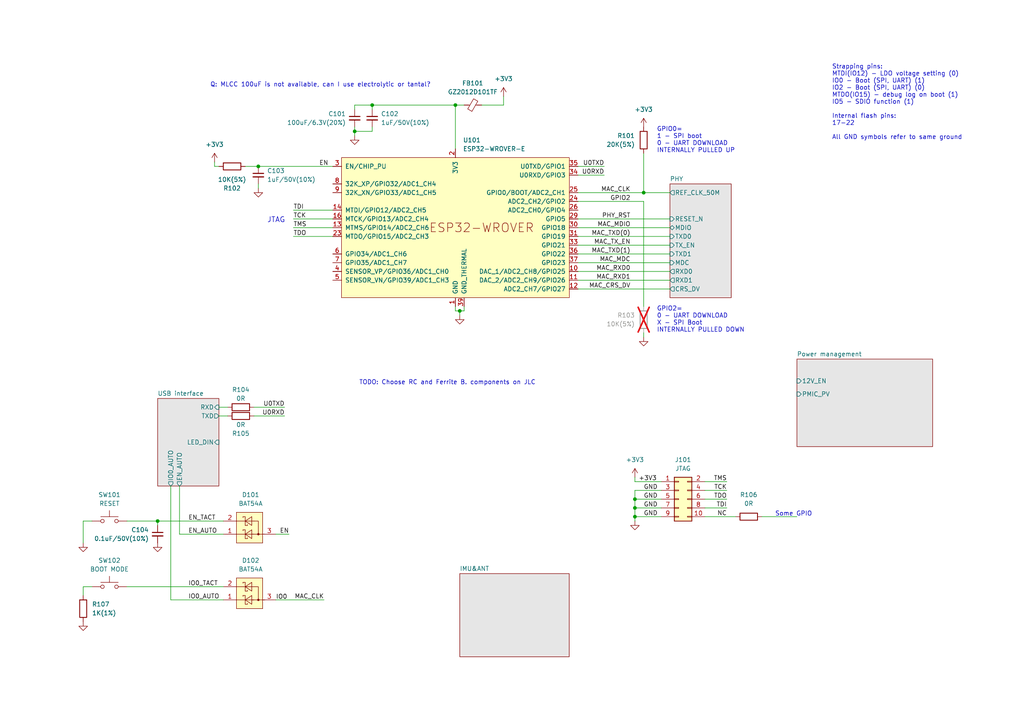
<source format=kicad_sch>
(kicad_sch (version 20230121) (generator eeschema)
  (paper "A4")
  (title_block (title "Development module for Radar Safety Sensor") (date "2023-11-18") (rev "WIP") (company "Alps Electric Czech, s.r.o.") (comment 1 "Designed by Martin Tavoda"))
  (lib_symbols
    (symbol "Connector_Generic:Conn_02x05_Odd_Even" (pin_names (offset 1.016) hide)
      (property "Reference" "J" (at 1.27 7.62 0))
      (property "Value" "Conn_02x05_Odd_Even" (at 1.27 -7.62 0))
      (symbol "Conn_02x05_Odd_Even_1_1"
        (rectangle (start -1.27 -4.953) (end 0 -5.207) (stroke (width 0.1524)))
        (rectangle (start -1.27 -2.413) (end 0 -2.667) (stroke (width 0.1524)))
        (rectangle (start -1.27 0.127) (end 0 -0.127) (stroke (width 0.1524)))
        (rectangle (start -1.27 2.667) (end 0 2.413) (stroke (width 0.1524)))
        (rectangle (start -1.27 5.207) (end 0 4.953) (stroke (width 0.1524)))
        (rectangle (start -1.27 6.35) (end 3.81 -6.35) (stroke (width 0.254)) (fill (type background)))
        (rectangle (start 3.81 -4.953) (end 2.54 -5.207) (stroke (width 0.1524)))
        (rectangle (start 3.81 -2.413) (end 2.54 -2.667) (stroke (width 0.1524)))
        (rectangle (start 3.81 0.127) (end 2.54 -0.127) (stroke (width 0.1524)))
        (rectangle (start 3.81 2.667) (end 2.54 2.413) (stroke (width 0.1524)))
        (rectangle (start 3.81 5.207) (end 2.54 4.953) (stroke (width 0.1524)))
        (pin passive line (at -5.08 5.08 0) (length 3.81) (name "Pin_1") (number "1"))
        (pin passive line (at 7.62 -5.08 180) (length 3.81) (name "Pin_10") (number "10"))
        (pin passive line (at 7.62 5.08 180) (length 3.81) (name "Pin_2") (number "2"))
        (pin passive line (at -5.08 2.54 0) (length 3.81) (name "Pin_3") (number "3"))
        (pin passive line (at 7.62 2.54 180) (length 3.81) (name "Pin_4") (number "4"))
        (pin passive line (at -5.08 0 0) (length 3.81) (name "Pin_5") (number "5"))
        (pin passive line (at 7.62 0 180) (length 3.81) (name "Pin_6") (number "6"))
        (pin passive line (at -5.08 -2.54 0) (length 3.81) (name "Pin_7") (number "7"))
        (pin passive line (at 7.62 -2.54 180) (length 3.81) (name "Pin_8") (number "8"))
        (pin passive line (at -5.08 -5.08 0) (length 3.81) (name "Pin_9") (number "9"))
      )
    )
    (symbol "Device:C_Small" (pin_numbers hide) (pin_names (offset 0.254) hide)
      (property "Reference" "C" (at 0.254 1.778 0))
      (property "Value" "C_Small" (at 0.254 -2.032 0))
      (symbol "C_Small_0_1"
        (polyline (pts (xy -1.524 -0.508) (xy 1.524 -0.508)) (stroke (width 0.3302)))
        (polyline (pts (xy -1.524 0.508) (xy 1.524 0.508)) (stroke (width 0.3048)))
      )
      (symbol "C_Small_1_1"
        (pin passive line (at 0 2.54 270) (length 2.032) (name "~") (number "1"))
        (pin passive line (at 0 -2.54 90) (length 2.032) (name "~") (number "2"))
      )
    )
    (symbol "Device:FerriteBead_Small" (pin_numbers hide) (pin_names (offset 0))
      (property "Reference" "FB" (at 1.905 1.27 0))
      (property "Value" "FerriteBead_Small" (at 1.905 -1.27 0))
      (symbol "FerriteBead_Small_0_1"
        (polyline (pts (xy 0 -1.27) (xy 0 -0.7874)))
        (polyline (pts (xy 0 0.889) (xy 0 1.2954)))
        (polyline (pts (xy -1.8288 0.2794) (xy -1.1176 1.4986) (xy 1.8288 -0.2032) (xy 1.1176 -1.4224) (xy -1.8288 0.2794)))
      )
      (symbol "FerriteBead_Small_1_1"
        (pin passive line (at 0 2.54 270) (length 1.27) (name "~") (number "1"))
        (pin passive line (at 0 -2.54 90) (length 1.27) (name "~") (number "2"))
      )
    )
    (symbol "Device:R" (pin_numbers hide) (pin_names (offset 0))
      (property "Reference" "R" (at 2.032 0 90))
      (property "Value" "R" (at 0 0 90))
      (symbol "R_0_1"
        (rectangle (start -1.016 -2.54) (end 1.016 2.54) (stroke (width 0.254)))
      )
      (symbol "R_1_1"
        (pin passive line (at 0 3.81 270) (length 1.27) (name "~") (number "1"))
        (pin passive line (at 0 -3.81 90) (length 1.27) (name "~") (number "2"))
      )
    )
    (symbol "Diode:BAT54A_edited" (pin_names (offset 1.016))
      (property "Reference" "D101" (at 0 7.62 0))
      (property "Value" "BAT54A_edited" (at 0 5.08 0))
      (symbol "BAT54A_edited_0_1"
        (polyline (pts (xy -3.81 -2.54) (xy -1.27 -2.54)))
        (polyline (pts (xy -3.81 1.27) (xy -1.27 1.27)))
        (polyline (pts (xy -1.905 -1.27) (xy -1.905 -1.524)))
        (polyline (pts (xy -1.905 2.54) (xy -1.905 2.286)))
        (polyline (pts (xy -1.27 -3.81) (xy -1.27 -1.27)))
        (polyline (pts (xy -1.27 -3.81) (xy -0.635 -3.81)))
        (polyline (pts (xy -1.27 -2.54) (xy 1.27 -2.54)))
        (polyline (pts (xy -1.27 -1.27) (xy -1.905 -1.27)))
        (polyline (pts (xy -1.27 0) (xy -1.27 2.54)))
        (polyline (pts (xy -1.27 0) (xy -0.635 0)))
        (polyline (pts (xy -1.27 2.54) (xy -1.905 2.54)))
        (polyline (pts (xy -0.635 -3.81) (xy -0.635 -3.556)))
        (polyline (pts (xy -0.635 0) (xy -0.635 0.254)))
        (polyline (pts (xy 0.635 -2.54) (xy 4.445 -2.54)))
        (polyline (pts (xy 1.27 1.27) (xy -1.27 1.27)))
        (polyline (pts (xy 0.635 -1.27) (xy 0.635 -3.81) (xy -1.27 -2.54) (xy 0.635 -1.27)))
        (polyline (pts (xy 0.635 2.54) (xy 0.635 0) (xy -1.27 1.27) (xy 0.635 2.54)))
        (circle (center 2.54 -2.54) (radius 0.254) (fill (type outline)))
      )
      (symbol "BAT54A_edited_1_1"
        (rectangle (start -3.81 3.81) (end 3.81 -5.08) (fill (type background)))
        (polyline (pts (xy 1.27 1.27) (xy 2.54 1.27) (xy 2.54 -2.54)))
        (pin passive line (at -7.62 -2.54 0) (length 3.81) (name "~") (number "1"))
        (pin passive line (at -7.62 1.27 0) (length 3.81) (name "~") (number "2"))
        (pin passive line (at 7.62 -2.54 180) (length 3.81) (name "~") (number "3"))
      )
    )
    (symbol "EspressIf:ESP32-WROVER-E" (pin_names (offset 1.016))
      (property "Reference" "U" (at -30.48 25.4 0))
      (property "Value" "ESP32-WROVER-E" (at -30.48 22.86 0))
      (symbol "ESP32-WROVER-E_0_1"
        (rectangle (start -33.02 20.32) (end 33.02 -20.32) (fill (type background)))
      )
      (symbol "ESP32-WROVER-E_1_1"
        (text "ESP32-­WROVER" (at 7.62 0 0) (effects (font (size 2.54 2.54))))
        (pin power_in line (at 0 -22.86 90) (length 2.54) (name "GND") (number "1"))
        (pin bidirectional line (at 35.56 -12.7 180) (length 2.54) (name "DAC_1/ADC2_CH8/GPIO25") (number "10"))
        (pin bidirectional line (at 35.56 -15.24 180) (length 2.54) (name "DAC_2/ADC2_CH9/GPIO26") (number "11"))
        (pin bidirectional line (at 35.56 -17.78 180) (length 2.54) (name "ADC2_CH7/GPIO27") (number "12"))
        (pin bidirectional line (at -35.56 0 0) (length 2.54) (name "MTMS/GPIO14/ADC2_CH6") (number "13"))
        (pin bidirectional line (at -35.56 5.08 0) (length 2.54) (name "MTDI/GPIO12/ADC2_CH5") (number "14"))
        (pin passive line (at 0 -22.86 90) (length 2.54) hide (name "GND") (number "15"))
        (pin bidirectional line (at -35.56 2.54 0) (length 2.54) (name "MTCK/GPIO13/ADC2_CH4") (number "16"))
        (pin power_in line (at 0 22.86 270) (length 2.54) (name "3V3") (number "2"))
        (pin bidirectional line (at -35.56 -2.54 0) (length 2.54) (name "MTDO/GPIO15/ADC2_CH3") (number "23"))
        (pin bidirectional line (at 35.56 7.62 180) (length 2.54) (name "ADC2_CH2/GPIO2") (number "24"))
        (pin bidirectional line (at 35.56 10.16 180) (length 2.54) (name "GPIO0/BOOT/ADC2_CH1") (number "25"))
        (pin bidirectional line (at 35.56 5.08 180) (length 2.54) (name "ADC2_CH0/GPIO4") (number "26"))
        (pin bidirectional line (at 35.56 2.54 180) (length 2.54) (name "GPIO5") (number "29"))
        (pin input line (at -35.56 17.78 0) (length 2.54) (name "EN/CHIP_PU") (number "3"))
        (pin bidirectional line (at 35.56 0 180) (length 2.54) (name "GPIO18") (number "30"))
        (pin bidirectional line (at 35.56 -2.54 180) (length 2.54) (name "GPIO19") (number "31"))
        (pin bidirectional line (at 35.56 -5.08 180) (length 2.54) (name "GPIO21") (number "33"))
        (pin bidirectional line (at 35.56 15.24 180) (length 2.54) (name "U0RXD/GPIO3") (number "34"))
        (pin bidirectional line (at 35.56 17.78 180) (length 2.54) (name "U0TXD/GPIO1") (number "35"))
        (pin bidirectional line (at 35.56 -7.62 180) (length 2.54) (name "GPIO22") (number "36"))
        (pin bidirectional line (at 35.56 -10.16 180) (length 2.54) (name "GPIO23") (number "37"))
        (pin passive line (at 0 -22.86 90) (length 2.54) hide (name "GND") (number "38"))
        (pin power_in line (at 2.54 -22.86 90) (length 2.54) (name "GND_THERMAL") (number "39"))
        (pin input line (at -35.56 -12.7 0) (length 2.54) (name "SENSOR_VP/GPIO36/ADC1_CH0") (number "4"))
        (pin input line (at -35.56 -15.24 0) (length 2.54) (name "SENSOR_VN/GPIO39/ADC1_CH3") (number "5"))
        (pin input line (at -35.56 -7.62 0) (length 2.54) (name "GPIO34/ADC1_CH6") (number "6"))
        (pin input line (at -35.56 -10.16 0) (length 2.54) (name "GPIO35/ADC1_CH7") (number "7"))
        (pin bidirectional line (at -35.56 12.7 0) (length 2.54) (name "32K_XP/GPIO32/ADC1_CH4") (number "8"))
        (pin bidirectional line (at -35.56 10.16 0) (length 2.54) (name "32K_XN/GPIO33/ADC1_CH5") (number "9"))
      )
    )
    (symbol "Switch:SW_Push" (pin_numbers hide) (pin_names (offset 1.016) hide)
      (property "Reference" "SW" (at 1.27 2.54 0))
      (property "Value" "SW_Push" (at 0 -1.524 0))
      (symbol "SW_Push_0_1"
        (circle (center -2.032 0) (radius 0.508))
        (polyline (pts (xy 0 1.27) (xy 0 3.048)))
        (polyline (pts (xy 2.54 1.27) (xy -2.54 1.27)))
        (circle (center 2.032 0) (radius 0.508))
        (pin passive line (at -5.08 0 0) (length 2.54) (name "1") (number "1"))
        (pin passive line (at 5.08 0 180) (length 2.54) (name "2") (number "2"))
      )
    )
    (symbol "power:+3V3" (power) (pin_names (offset 0))
      (property "Value" "+3V3" (at 0 3.556 0))
      (symbol "+3V3_0_1"
        (polyline (pts (xy -0.762 1.27) (xy 0 2.54)))
        (polyline (pts (xy 0 0) (xy 0 2.54)))
        (polyline (pts (xy 0 2.54) (xy 0.762 1.27)))
      )
      (symbol "+3V3_1_1"
        (pin power_in line (at 0 0 90) (length 0) hide (name "+3V3") (number "1"))
      )
    )
    (symbol "power:GND" (power) (pin_names (offset 0))
      (property "Value" "GND" (at 0 -3.81 0))
      (symbol "GND_0_1"
        (polyline (pts (xy 0 0) (xy 0 -1.27) (xy 1.27 -1.27) (xy 0 -2.54) (xy -1.27 -1.27) (xy 0 -1.27)))
      )
      (symbol "GND_1_1"
        (pin power_in line (at 0 0 270) (length 0) hide (name "GND") (number "1"))
      )
    )
  )
  (junction (at 107.95 30.48))
  (junction (at 184.15 149.86))
  (junction (at 184.15 147.32))
  (junction (at 74.93 48.26))
  (junction (at 186.69 55.88))
  (junction (at 102.87 38.1))
  (junction (at 132.08 30.48))
  (junction (at 133.35 90.17))
  (junction (at 45.72 151.13))
  (junction (at 184.15 144.78))
  (wire (pts (xy 184.15 149.86) (xy 191.77 149.86)))
  (wire (pts (xy 204.47 144.78) (xy 210.82 144.78)))
  (wire (pts (xy 167.64 55.88) (xy 186.69 55.88)))
  (wire (pts (xy 63.5 48.26) (xy 62.23 48.26)))
  (wire (pts (xy 107.95 36.83) (xy 107.95 38.1)))
  (wire (pts (xy 85.09 60.96) (xy 96.52 60.96)))
  (wire (pts (xy 184.15 142.24) (xy 184.15 144.78)))
  (wire (pts (xy 85.09 66.04) (xy 96.52 66.04)))
  (wire (pts (xy 186.69 55.88) (xy 194.31 55.88)))
  (wire (pts (xy 133.35 90.17) (xy 133.35 91.44)))
  (wire (pts (xy 167.64 83.82) (xy 194.31 83.82)))
  (wire (pts (xy 36.83 170.18) (xy 64.77 170.18)))
  (wire (pts (xy 146.05 27.94) (xy 146.05 30.48)))
  (wire (pts (xy 167.64 68.58) (xy 194.31 68.58)))
  (wire (pts (xy 167.64 50.8) (xy 175.26 50.8)))
  (wire (pts (xy 167.64 58.42) (xy 186.69 58.42)))
  (wire (pts (xy 102.87 30.48) (xy 107.95 30.48)))
  (wire (pts (xy 186.69 97.79) (xy 186.69 96.52)))
  (wire (pts (xy 63.5 118.11) (xy 66.04 118.11)))
  (wire (pts (xy 93.98 173.99) (xy 80.01 173.99)))
  (wire (pts (xy 73.66 120.65) (xy 82.55 120.65)))
  (wire (pts (xy 107.95 30.48) (xy 107.95 31.75)))
  (wire (pts (xy 167.64 63.5) (xy 194.31 63.5)))
  (wire (pts (xy 186.69 58.42) (xy 186.69 88.9)))
  (wire (pts (xy 49.53 173.99) (xy 64.77 173.99)))
  (wire (pts (xy 167.64 66.04) (xy 194.31 66.04)))
  (wire (pts (xy 85.09 68.58) (xy 96.52 68.58)))
  (wire (pts (xy 63.5 120.65) (xy 66.04 120.65)))
  (wire (pts (xy 52.07 154.94) (xy 64.77 154.94)))
  (wire (pts (xy 184.15 139.7) (xy 191.77 139.7)))
  (wire (pts (xy 220.98 149.86) (xy 231.14 149.86)))
  (wire (pts (xy 184.15 144.78) (xy 184.15 147.32)))
  (wire (pts (xy 184.15 142.24) (xy 191.77 142.24)))
  (wire (pts (xy 26.67 170.18) (xy 24.13 170.18)))
  (wire (pts (xy 134.62 90.17) (xy 133.35 90.17)))
  (wire (pts (xy 24.13 170.18) (xy 24.13 172.72)))
  (wire (pts (xy 204.47 147.32) (xy 210.82 147.32)))
  (wire (pts (xy 184.15 144.78) (xy 191.77 144.78)))
  (wire (pts (xy 52.07 140.97) (xy 52.07 154.94)))
  (wire (pts (xy 62.23 46.99) (xy 62.23 48.26)))
  (wire (pts (xy 49.53 140.97) (xy 49.53 173.99)))
  (wire (pts (xy 26.67 151.13) (xy 24.13 151.13)))
  (wire (pts (xy 167.64 48.26) (xy 175.26 48.26)))
  (wire (pts (xy 132.08 30.48) (xy 132.08 43.18)))
  (wire (pts (xy 107.95 38.1) (xy 102.87 38.1)))
  (wire (pts (xy 102.87 36.83) (xy 102.87 38.1)))
  (wire (pts (xy 71.12 48.26) (xy 74.93 48.26)))
  (wire (pts (xy 24.13 151.13) (xy 24.13 157.48)))
  (wire (pts (xy 167.64 81.28) (xy 194.31 81.28)))
  (wire (pts (xy 45.72 151.13) (xy 45.72 152.4)))
  (wire (pts (xy 74.93 48.26) (xy 96.52 48.26)))
  (wire (pts (xy 73.66 118.11) (xy 82.55 118.11)))
  (wire (pts (xy 85.09 63.5) (xy 96.52 63.5)))
  (wire (pts (xy 102.87 31.75) (xy 102.87 30.48)))
  (wire (pts (xy 184.15 151.13) (xy 184.15 149.86)))
  (wire (pts (xy 146.05 30.48) (xy 139.7 30.48)))
  (wire (pts (xy 74.93 53.34) (xy 74.93 54.61)))
  (wire (pts (xy 45.72 151.13) (xy 64.77 151.13)))
  (wire (pts (xy 132.08 90.17) (xy 133.35 90.17)))
  (wire (pts (xy 186.69 44.45) (xy 186.69 55.88)))
  (wire (pts (xy 167.64 73.66) (xy 194.31 73.66)))
  (wire (pts (xy 134.62 30.48) (xy 132.08 30.48)))
  (wire (pts (xy 204.47 149.86) (xy 213.36 149.86)))
  (wire (pts (xy 102.87 38.1) (xy 102.87 39.37)))
  (wire (pts (xy 167.64 71.12) (xy 194.31 71.12)))
  (wire (pts (xy 204.47 139.7) (xy 210.82 139.7)))
  (wire (pts (xy 107.95 30.48) (xy 132.08 30.48)))
  (wire (pts (xy 167.64 78.74) (xy 194.31 78.74)))
  (wire (pts (xy 80.01 154.94) (xy 83.82 154.94)))
  (wire (pts (xy 132.08 88.9) (xy 132.08 90.17)))
  (wire (pts (xy 184.15 147.32) (xy 191.77 147.32)))
  (wire (pts (xy 184.15 147.32) (xy 184.15 149.86)))
  (wire (pts (xy 167.64 76.2) (xy 194.31 76.2)))
  (wire (pts (xy 184.15 138.43) (xy 184.15 139.7)))
  (wire (pts (xy 204.47 142.24) (xy 210.82 142.24)))
  (wire (pts (xy 134.62 88.9) (xy 134.62 90.17)))
  (wire (pts (xy 36.83 151.13) (xy 45.72 151.13)))
  (text "TODO: Choose RC and Ferrite B. components on JLC" (at 104.14 111.76 0) (effects (font (size 1.27 1.27)) (justify left bottom)))
  (text "IO0" (at 80.01 173.99 0) (effects (font (size 1.27 1.27)) (justify left bottom)))
  (text "Some GPIO" (at 224.79 149.86 0) (effects (font (size 1.27 1.27)) (justify left bottom)))
  (text "JTAG" (at 77.47 64.77 0) (effects (font (size 1.5 1.5)) (justify left bottom)))
  (text "GPIO2=\n0 - UART DOWNLOAD\nX - SPI Boot\nINTERNALLY PULLED DOWN\n" (at 190.5 96.52 0) (effects (font (size 1.27 1.27)) (justify left bottom)))
  (text "GPIO0=\n1 - SPI boot\n0 - UART DOWNLOAD\nINTERNALLY PULLED UP" (at 190.5 44.45 0) (effects (font (size 1.27 1.27)) (justify left bottom)))
  (text "Strapping pins:\nMTDI(IO12) - LDO voltage setting (0)\nIO0 - Boot (SPI, UART) (1)\nIO2 - Boot (SPI, UART) (0)\nMTDO(IO15) - debug log on boot (1)\nIO5 - SDIO function (1)\n\nInternal flash pins:\n17-22\n\nAll GND symbols refer to same ground\n" (at 241.3 40.64 0) (effects (font (size 1.27 1.27)) (justify left bottom)))
  (text "Q: MLCC 100uF is not available, can I use electrolytic or tantal?" (at 60.96 25.4 0) (effects (font (size 1.27 1.27)) (justify left bottom)))
  (label "MAC_TXD(0)" (at 182.88 68.58 180))
  (label "GND" (at 186.69 149.86 0))
  (label "IO0_TACT" (at 54.61 170.18 0))
  (label "MAC_CRS_DV" (at 182.88 83.82 180))
  (label "GPIO2" (at 182.88 58.42 180))
  (label "EN" (at 83.82 154.94 180))
  (label "GND" (at 186.69 144.78 0))
  (label "MAC_TXD(1)" (at 182.88 73.66 180))
  (label "TCK" (at 85.09 63.5 0))
  (label "TDI" (at 210.82 147.32 180))
  (label "MAC_CLK" (at 182.88 55.88 180))
  (label "TDI" (at 85.09 60.96 0))
  (label "MAC_MDC" (at 182.88 76.2 180))
  (label "EN_AUTO" (at 54.61 154.94 0))
  (label "MAC_TX_EN" (at 182.88 71.12 180))
  (label "GND" (at 186.69 147.32 0))
  (label "MAC_RXD0" (at 182.88 78.74 180))
  (label "U0RXD" (at 82.55 120.65 180))
  (label "U0TXD" (at 82.55 118.11 180))
  (label "NC" (at 210.82 149.86 180))
  (label "IO0_AUTO" (at 54.61 173.99 0))
  (label "MAC_CLK" (at 93.98 173.99 180))
  (label "+3V3" (at 190.5 139.7 180))
  (label "TMS" (at 85.09 66.04 0))
  (label "EN" (at 95.25 48.26 180))
  (label "PHY_RST" (at 182.88 63.5 180))
  (label "MAC_MDIO" (at 182.88 66.04 180))
  (label "U0TXD" (at 175.26 48.26 180))
  (label "TDO" (at 210.82 144.78 180))
  (label "U0RXD" (at 175.26 50.8 180))
  (label "MAC_RXD1" (at 182.88 81.28 180))
  (label "EN_TACT" (at 54.61 151.13 0))
  (label "TDO" (at 85.09 68.58 0))
  (label "TMS" (at 210.82 139.7 180))
  (label "TCK" (at 210.82 142.24 180))
  (label "GND" (at 186.69 142.24 0))
  (symbol (lib_id "Device:R") (at 186.69 92.71 0) (mirror y) (unit 1) (dnp yes)
    (property "Reference" "R103" (at 184.15 91.44 0) (effects (justify left)))
    (property "Value" "10K(5%)" (at 184.15 93.98 0) (effects (justify left)))
  )
  (symbol (lib_id "Switch:SW_Push") (at 31.75 170.18 0) (unit 1)
    (property "Reference" "SW102" (at 31.75 162.56 0))
    (property "Value" "BOOT MODE" (at 31.75 165.1 0))
    (property "Footprint" "Button_Switch_SMD:SW_SPST_TS-1088R" (effects hide))
    (property "LCSC" "C455280" (effects hide))
  )
  (symbol (lib_id "Device:R") (at 24.13 176.53 0) (unit 1)
    (property "Reference" "R107" (at 26.67 175.26 0) (effects (justify left)))
    (property "Value" "1K(1%)" (at 26.67 177.8 0) (effects (justify left)))
  )
  (symbol (lib_id "Connector_Generic:Conn_02x05_Odd_Even") (at 196.85 144.78 0) (unit 1)
    (property "Reference" "J101" (at 198.12 133.35 0))
    (property "Value" "JTAG" (at 198.12 135.89 0))
  )
  (symbol (lib_id "Device:C_Small") (at 107.95 34.29 0) (unit 1)
    (property "Reference" "C102" (at 110.49 33.0263 0) (effects (justify left)))
    (property "Value" "1uF/50V(10%)" (at 110.49 35.5663 0) (effects (justify left)))
    (property "Footprint" "Capacitor_SMD:C_0603_1608Metric" (effects hide))
    (property "LCSC" "C15849" (effects hide))
  )
  (symbol (lib_id "power:GND") (at 24.13 180.34 0) (unit 1)
    (property "Reference" "#PWR0112" (effects hide))
    (property "Value" "GND" (effects hide))
  )
  (symbol (lib_id "Diode:BAT54A_edited") (at 72.39 171.45 0) (unit 1)
    (property "Reference" "D102" (at 72.7075 162.56 0))
    (property "Value" "BAT54A" (at 72.7075 165.1 0))
    (property "Footprint" "Package_TO_SOT_SMD:SOT-23" (effects hide))
    (property "Datasheet" "https://datasheet.lcsc.com/lcsc/2304140030_STMicroelectronics-BAT54AFILM_C283256.pdf" (effects hide))
    (property "LCSC" "C283256" (effects hide))
  )
  (symbol (lib_id "EspressIf:ESP32-WROVER-E") (at 132.08 66.04 0) (unit 1)
    (property "Reference" "U101" (at 134.2741 40.64 0) (effects (justify left)))
    (property "Value" "ESP32-WROVER-E" (at 134.2741 43.18 0) (effects (justify left)))
    (property "Footprint" "Espressif:ESP32-WROVER-E_ThermalVias" (effects hide))
    (property "Datasheet" "https://www.espressif.com/sites/default/files/documentation/esp32-wrover-e_esp32-wrover-ie_datasheet_en.pdf" (effects hide))
    (property "LCSC" "C529589" (effects hide))
  )
  (symbol (lib_id "power:GND") (at 184.15 151.13 0) (unit 1)
    (property "Reference" "#PWR0109" (effects hide))
    (property "Value" "GND" (effects hide))
  )
  (symbol (lib_id "power:GND") (at 133.35 91.44 0) (unit 1)
    (property "Reference" "#PWR0106" (effects hide))
    (property "Value" "GND" (effects hide))
  )
  (symbol (lib_id "power:+3V3") (at 186.69 36.83 0) (unit 1)
    (property "Reference" "#PWR0102" (effects hide))
    (property "Value" "+3V3" (at 186.69 31.75 0))
  )
  (symbol (lib_id "power:+3V3") (at 146.05 27.94 0) (unit 1)
    (property "Reference" "#PWR0101" (effects hide))
    (property "Value" "+3V3" (at 146.05 22.86 0))
  )
  (symbol (lib_id "power:GND") (at 186.69 97.79 0) (unit 1)
    (property "Reference" "#PWR0107" (effects hide))
    (property "Value" "GND" (effects hide))
  )
  (symbol (lib_id "Device:C_Small") (at 45.72 154.94 0) (mirror y) (unit 1)
    (property "Reference" "C104" (at 43.18 153.6763 0) (effects (justify left)))
    (property "Value" "0.1uF/50V(10%)" (at 43.18 156.2163 0) (effects (justify left)))
    (property "Footprint" "Capacitor_SMD:C_0603_1608Metric" (effects hide))
    (property "LCSC" "C14663" (effects hide))
  )
  (symbol (lib_id "Device:R") (at 69.85 118.11 90) (unit 1)
    (property "Reference" "R104" (at 69.85 113.03 90))
    (property "Value" "0R" (at 69.85 115.57 90))
    (property "Footprint" "Resistor_SMD:R_0805_2012Metric" (effects hide))
    (property "LCSC" "C17477" (effects hide))
  )
  (symbol (lib_id "Diode:BAT54A_edited") (at 72.39 152.4 0) (unit 1)
    (property "Reference" "D101" (at 72.7075 143.51 0))
    (property "Value" "BAT54A" (at 72.7075 146.05 0))
    (property "Footprint" "Package_TO_SOT_SMD:SOT-23" (effects hide))
    (property "Datasheet" "https://datasheet.lcsc.com/lcsc/2304140030_STMicroelectronics-BAT54AFILM_C283256.pdf" (effects hide))
    (property "LCSC" "C283256" (effects hide))
  )
  (symbol (lib_id "power:+3V3") (at 62.23 46.99 0) (unit 1)
    (property "Reference" "#PWR0104" (effects hide))
    (property "Value" "+3V3" (at 62.23 41.91 0))
  )
  (symbol (lib_id "Device:R") (at 217.17 149.86 90) (unit 1)
    (property "Reference" "R106" (at 217.17 143.51 90))
    (property "Value" "0R" (at 217.17 146.05 90))
    (property "Footprint" "Resistor_SMD:R_0805_2012Metric" (effects hide))
    (property "LCSC" "C17477" (effects hide))
  )
  (symbol (lib_id "Switch:SW_Push") (at 31.75 151.13 0) (unit 1)
    (property "Reference" "SW101" (at 31.75 143.51 0))
    (property "Value" "RESET" (at 31.75 146.05 0))
    (property "Footprint" "Button_Switch_SMD:SW_SPST_TS-1088R" (effects hide))
    (property "LCSC" "C455280" (effects hide))
  )
  (symbol (lib_id "Device:C_Small") (at 74.93 50.8 0) (unit 1)
    (property "Reference" "C103" (at 77.47 49.5363 0) (effects (justify left)))
    (property "Value" "1uF/50V(10%)" (at 77.47 52.0763 0) (effects (justify left)))
    (property "Footprint" "Capacitor_SMD:C_0603_1608Metric" (effects hide))
    (property "LCSC" "C15849" (effects hide))
  )
  (symbol (lib_id "power:+3V3") (at 184.15 138.43 0) (unit 1)
    (property "Reference" "#PWR0108" (effects hide))
    (property "Value" "+3V3" (at 184.15 133.35 0))
  )
  (symbol (lib_id "power:GND") (at 45.72 157.48 0) (unit 1)
    (property "Reference" "#PWR0111" (effects hide))
    (property "Value" "GND" (effects hide))
  )
  (symbol (lib_id "Device:C_Small") (at 102.87 34.29 0) (mirror y) (unit 1)
    (property "Reference" "C101" (at 100.33 33.0263 0) (effects (justify left)))
    (property "Value" "100uF/6.3V(20%)" (at 100.33 35.5663 0) (effects (justify left)))
  )
  (symbol (lib_id "power:GND") (at 74.93 54.61 0) (unit 1)
    (property "Reference" "#PWR0105" (effects hide))
    (property "Value" "GND" (effects hide))
  )
  (symbol (lib_id "Device:R") (at 186.69 40.64 0) (mirror y) (unit 1)
    (property "Reference" "R101" (at 184.15 39.37 0) (effects (justify left)))
    (property "Value" "20K(5%)" (at 184.15 41.91 0) (effects (justify left)))
  )
  (symbol (lib_id "power:GND") (at 102.87 39.37 0) (unit 1)
    (property "Reference" "#PWR0103" (effects hide))
    (property "Value" "GND" (effects hide))
  )
  (symbol (lib_id "Device:R") (at 69.85 120.65 90) (mirror x) (unit 1)
    (property "Reference" "R105" (at 69.85 125.73 90))
    (property "Value" "0R" (at 69.85 123.19 90))
    (property "Footprint" "Resistor_SMD:R_0805_2012Metric" (effects hide))
    (property "LCSC" "C17477" (effects hide))
  )
  (symbol (lib_id "power:GND") (at 24.13 157.48 0) (unit 1)
    (property "Reference" "#PWR0110" (effects hide))
    (property "Value" "GND" (effects hide))
  )
  (symbol (lib_id "Device:R") (at 67.31 48.26 90) (mirror x) (unit 1)
    (property "Reference" "R102" (at 67.31 54.61 90))
    (property "Value" "10K(5%)" (at 67.31 52.07 90))
  )
  (symbol (lib_id "Device:FerriteBead_Small") (at 137.16 30.48 90) (unit 1)
    (property "Reference" "FB101" (at 137.1219 24.13 90))
    (property "Value" "GZ2012D101TF" (at 137.1219 26.67 90))
  )
  (sheet (at 194.31 53.34) (size 17.78 33.02) (stroke (width 0.1524)) (fill (color 0 0 0 0.1000))
    (property "Sheetname" "PHY" (at 194.31 52.6284 0) (effects (justify left bottom)))
    (property "Sheetfile" "PHY.kicad_sch" (effects hide))
    (pin "CRS_DV" output (at 194.31 83.82 180))
    (pin "MDIO" bidirectional (at 194.31 66.04 180))
    (pin "RXD1" output (at 194.31 81.28 180))
    (pin "MDC" input (at 194.31 76.2 180))
    (pin "RXD0" output (at 194.31 78.74 180))
    (pin "TX_EN" input (at 194.31 71.12 180))
    (pin "TXD1" input (at 194.31 73.66 180))
    (pin "TXD0" input (at 194.31 68.58 180))
    (pin "REF_CLK_50M" output (at 194.31 55.88 180))
    (pin "RESET_N" input (at 194.31 63.5 180))
  )
  (sheet (at 231.14 104.14) (size 39.37 25.4) (stroke (width 0.1524)) (fill (color 0 0 0 0.1000))
    (property "Sheetname" "Power management" (at 231.14 103.4284 0) (effects (justify left bottom)))
    (property "Sheetfile" "PM.kicad_sch" (effects hide))
    (pin "12V_EN" input (at 231.14 110.49 180))
    (pin "PMIC_PV" input (at 231.14 114.3 180))
  )
  (sheet (at 133.35 166.37) (size 31.75 24.13) (stroke (width 0.1524)) (fill (color 0 0 0 0.1000))
    (property "Sheetname" "IMU&ANT" (at 133.35 165.6584 0) (effects (justify left bottom)))
    (property "Sheetfile" "IMU&ANT.kicad_sch" (effects hide))
  )
  (sheet (at 45.72 115.57) (size 17.78 25.4) (stroke (width 0.1524)) (fill (color 0 0 0 0.1000))
    (property "Sheetname" "USB interface" (at 45.72 114.8584 0) (effects (justify left bottom)))
    (property "Sheetfile" "USB.kicad_sch" (effects hide))
    (pin "EN_AUTO" output (at 52.07 140.97 270))
    (pin "IO0_AUTO" output (at 49.53 140.97 270))
    (pin "TXD" output (at 63.5 120.65 0))
    (pin "RXD" input (at 63.5 118.11 0))
    (pin "LED_DIN" input (at 63.5 128.27 0))
  )
)
</source>
